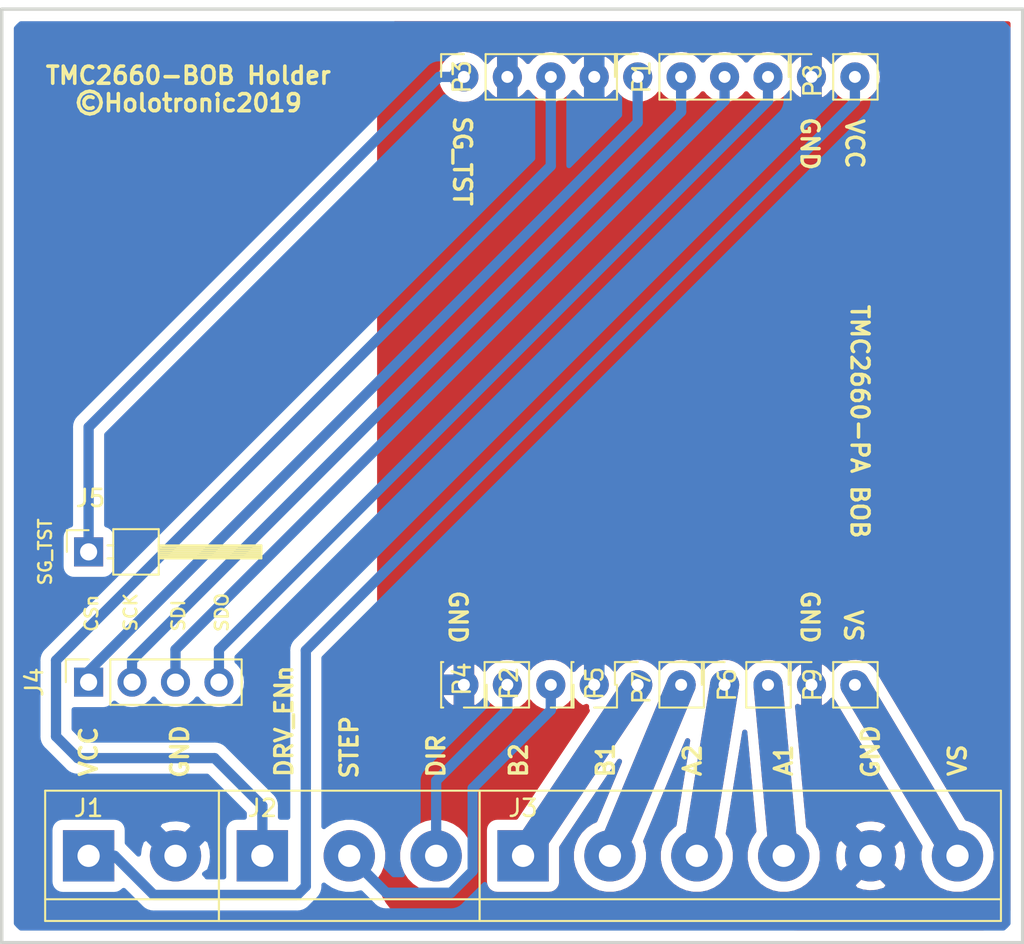
<source format=kicad_pcb>
(kicad_pcb (version 20171130) (host pcbnew 5.1.2-f72e74a~84~ubuntu18.04.1)
  (layers (0 F.Cu signal) (31 B.Cu signal) (34 B.Paste user) (35 F.Paste user) (36 B.SilkS user) (37 F.SilkS user) (38 B.Mask user) (39 F.Mask user) (44 Edge.Cuts user))
  (net 0 "")
  (net 1 GND)
  (net 2 /VCC)
  (net 3 /DIR)
  (net 4 /STEP)
  (net 5 /VS)
  (net 6 /A1)
  (net 7 /B2)
  (net 8 /A2)
  (net 9 /B1)
  (net 10 /SDO)
  (net 11 /SDI)
  (net 12 /SCK)
  (net 13 /CSn)
  (net 14 /DRV_ENn)
  (net 15 /SG_TST)
  (module Connector_PinHeader_2.54mm:PinHeader_1x01_P2.54mm_Horizontal (layer F.Cu) (at 27.853199 49.087741)
    (fp_text reference J5 (at 0.11 -3.14) (layer F.SilkS))
    (fp_text value Conn_01x01 hide)
    (fp_line (start 1.44 -1.33) (end 1.44 1.33) (layer F.SilkS) (width 0.12))
    (fp_line (start 1.44 1.33) (end 4.1 1.33) (layer F.SilkS) (width 0.12))
    (fp_line (start 4.1 1.33) (end 4.1 -1.33) (layer F.SilkS) (width 0.12))
    (fp_line (start 4.1 -1.33) (end 1.44 -1.33) (layer F.SilkS) (width 0.12))
    (fp_line (start 4.1 -0.38) (end 10.1 -0.38) (layer F.SilkS) (width 0.12))
    (fp_line (start 10.1 -0.38) (end 10.1 0.38) (layer F.SilkS) (width 0.12))
    (fp_line (start 10.1 0.38) (end 4.1 0.38) (layer F.SilkS) (width 0.12))
    (fp_line (start 4.1 -0.32) (end 10.1 -0.32) (layer F.SilkS) (width 0.12))
    (fp_line (start 4.1 -0.2) (end 10.1 -0.2) (layer F.SilkS) (width 0.12))
    (fp_line (start 4.1 -0.08) (end 10.1 -0.08) (layer F.SilkS) (width 0.12))
    (fp_line (start 4.1 0.04) (end 10.1 0.04) (layer F.SilkS) (width 0.12))
    (fp_line (start 4.1 0.16) (end 10.1 0.16) (layer F.SilkS) (width 0.12))
    (fp_line (start 4.1 0.28) (end 10.1 0.28) (layer F.SilkS) (width 0.12))
    (fp_line (start 1.11 -0.38) (end 1.44 -0.38) (layer F.SilkS) (width 0.12))
    (fp_line (start 1.11 0.38) (end 1.44 0.38) (layer F.SilkS) (width 0.12))
    (fp_line (start -1.27 0) (end -1.27 -1.27) (layer F.SilkS) (width 0.12))
    (fp_line (start -1.27 -1.27) (end 0 -1.27) (layer F.SilkS) (width 0.12))
    (pad 1 thru_hole rect (at 0 0) (size 1.7 1.7) (drill 1) (layers *.Cu *.Mask) (net 15 /SG_TST))
  )
  (module Connector_PinSocket_2.54mm:PinSocket_1x04_P2.54mm_Vertical_Shrouded-4_Wall_Latch_Holder (layer F.Cu) (at 27.853199 56.707741 90)
    (fp_text reference J4 (at 0 -3.175 90) (layer F.SilkS))
    (fp_text value Conn_01x04 hide)
    (fp_line (start -1.33 1.27) (end 1.33 1.27) (layer F.SilkS) (width 0.12))
    (fp_line (start -1.33 1.27) (end -1.33 8.95) (layer F.SilkS) (width 0.12))
    (fp_line (start -1.33 8.95) (end 1.33 8.95) (layer F.SilkS) (width 0.12))
    (fp_line (start 1.33 1.27) (end 1.33 8.95) (layer F.SilkS) (width 0.12))
    (fp_line (start 1.33 -1.33) (end 1.33 0) (layer F.SilkS) (width 0.12))
    (fp_line (start 0 -1.33) (end 1.33 -1.33) (layer F.SilkS) (width 0.12))
    (pad 1 thru_hole rect (at 0 0 90) (size 1.7 1.7) (drill 1) (layers *.Cu *.Mask) (net 13 /CSn))
    (pad 2 thru_hole oval (at 0 2.54 90) (size 1.7 1.7) (drill 1) (layers *.Cu *.Mask) (net 12 /SCK))
    (pad 3 thru_hole oval (at 0 5.08 90) (size 1.7 1.7) (drill 1) (layers *.Cu *.Mask) (net 11 /SDI))
    (pad 4 thru_hole oval (at 0 7.62 90) (size 1.7 1.7) (drill 1) (layers *.Cu *.Mask) (net 10 /SDO))
  )
  (module TerminalBlock:TerminalBlock_bornier-6_P5.08mm (layer F.Cu) (at 53.25308 66.86774)
    (fp_text reference J3 (at 0 -2.794) (layer F.SilkS))
    (fp_text value Conn_01x06_Male)
    (fp_line (start -2.54 -3.81) (end -2.54 3.81) (layer F.SilkS) (width 0.12))
    (fp_line (start 27.94 3.81) (end 27.94 -3.81) (layer F.SilkS) (width 0.12))
    (fp_line (start -2.54 2.54) (end 27.94 2.54) (layer F.SilkS) (width 0.12))
    (fp_line (start -2.54 -3.81) (end 27.94 -3.81) (layer F.SilkS) (width 0.12))
    (fp_line (start -2.54 3.81) (end 27.94 3.81) (layer F.SilkS) (width 0.12))
    (pad 2 thru_hole circle (at 5.08 0) (size 3 3) (drill 1.3) (layers *.Cu *.Mask) (net 9 /B1))
    (pad 3 thru_hole circle (at 10.16 0) (size 3 3) (drill 1.3) (layers *.Cu *.Mask) (net 8 /A2))
    (pad 1 thru_hole rect (at 0 0) (size 3 3) (drill 1.3) (layers *.Cu *.Mask) (net 7 /B2))
    (pad 4 thru_hole circle (at 15.24 0) (size 3 3) (drill 1.3) (layers *.Cu *.Mask) (net 6 /A1))
    (pad 5 thru_hole circle (at 20.32 0) (size 3 3) (drill 1.3) (layers *.Cu *.Mask) (net 1 GND))
    (pad 6 thru_hole circle (at 25.4 0) (size 3 3) (drill 1.3) (layers *.Cu *.Mask) (net 5 /VS))
  )
  (module TerminalBlock:TerminalBlock_bornier-3_P5.08mm (layer F.Cu) (at 38.01318 66.86774)
    (fp_text reference J2 (at 0 -2.794) (layer F.SilkS))
    (fp_text value Conn_01x03_Male hide)
    (fp_line (start -2.54 3.81) (end -2.54 -3.81) (layer F.SilkS) (width 0.12))
    (fp_line (start 12.7 3.81) (end 12.7 -3.81) (layer F.SilkS) (width 0.12))
    (fp_line (start -2.54 2.54) (end 12.7 2.54) (layer F.SilkS) (width 0.12))
    (fp_line (start -2.54 -3.81) (end 12.7 -3.81) (layer F.SilkS) (width 0.12))
    (fp_line (start -2.54 3.81) (end 12.7 3.81) (layer F.SilkS) (width 0.12))
    (pad 1 thru_hole rect (at 0 0) (size 3 3) (drill 1.3) (layers *.Cu *.Mask) (net 14 /DRV_ENn))
    (pad 2 thru_hole circle (at 5.08 0) (size 3 3) (drill 1.3) (layers *.Cu *.Mask) (net 4 /STEP))
    (pad 3 thru_hole circle (at 10.16 0) (size 3 3) (drill 1.3) (layers *.Cu *.Mask) (net 3 /DIR))
  )
  (module TerminalBlock:TerminalBlock_bornier-2_P5.08mm (layer F.Cu) (at 27.85318 66.86774)
    (fp_text reference J1 (at 0 -2.794) (layer F.SilkS))
    (fp_text value Conn_01x02_Male hide)
    (fp_line (start 7.62 2.54) (end -2.54 2.54) (layer F.SilkS) (width 0.12))
    (fp_line (start 7.62 3.81) (end 7.62 -3.81) (layer F.SilkS) (width 0.12))
    (fp_line (start 7.62 -3.81) (end -2.54 -3.81) (layer F.SilkS) (width 0.12))
    (fp_line (start -2.54 -3.81) (end -2.54 3.81) (layer F.SilkS) (width 0.12))
    (fp_line (start -2.54 3.81) (end 7.62 3.81) (layer F.SilkS) (width 0.12))
    (pad 1 thru_hole rect (at 0 0) (size 3 3) (drill 1.3) (layers *.Cu *.Mask) (net 2 /VCC))
    (pad 2 thru_hole circle (at 5.08 0) (size 3 3) (drill 1.3) (layers *.Cu *.Mask) (net 1 GND))
  )
  (module Connector_PinSocket_2.54mm:PinSocket_1x04_P2.54mm_Vertical (layer F.Cu) (at 59.95508 21.30314 90)
    (fp_text reference P1 (at 0 0.229219 90) (layer F.SilkS))
    (fp_text value Conn_01x04 hide)
    (fp_line (start 0 -1.33) (end 1.33 -1.33) (layer F.SilkS) (width 0.12))
    (fp_line (start 1.33 -1.33) (end 1.33 0) (layer F.SilkS) (width 0.12))
    (fp_line (start 1.33 1.27) (end 1.33 8.95) (layer F.SilkS) (width 0.12))
    (fp_line (start -1.33 8.95) (end 1.33 8.95) (layer F.SilkS) (width 0.12))
    (fp_line (start -1.33 1.27) (end -1.33 8.95) (layer F.SilkS) (width 0.12))
    (fp_line (start -1.33 1.27) (end 1.33 1.27) (layer F.SilkS) (width 0.12))
    (pad 4 thru_hole oval (at 0 7.62 90) (size 1.7 1.7) (drill 0.7) (layers *.Cu *.Mask) (net 10 /SDO))
    (pad 3 thru_hole oval (at 0 5.08 90) (size 1.7 1.7) (drill 0.7) (layers *.Cu *.Mask) (net 11 /SDI))
    (pad 2 thru_hole oval (at 0 2.54 90) (size 1.7 1.7) (drill 0.7) (layers *.Cu *.Mask) (net 12 /SCK))
    (pad 1 thru_hole oval (at 0 0 90) (size 1.7 1.7) (drill 0.7) (layers *.Cu *.Mask) (net 13 /CSn))
  )
  (module Connector_PinSocket_2.54mm:PinSocket_1x02_P2.54mm_Vertical (layer F.Cu) (at 54.87508 56.86274 270)
    (fp_text reference P2 (at -0.087579 2.440781 270) (layer F.SilkS))
    (fp_text value Conn_01x02 hide)
    (fp_line (start 0 -1.33) (end 1.33 -1.33) (layer F.SilkS) (width 0.12))
    (fp_line (start 1.33 -1.33) (end 1.33 0) (layer F.SilkS) (width 0.12))
    (fp_line (start 1.33 1.27) (end 1.33 3.87) (layer F.SilkS) (width 0.12))
    (fp_line (start -1.33 3.87) (end 1.33 3.87) (layer F.SilkS) (width 0.12))
    (fp_line (start -1.33 1.27) (end -1.33 3.87) (layer F.SilkS) (width 0.12))
    (fp_line (start -1.33 1.27) (end 1.33 1.27) (layer F.SilkS) (width 0.12))
    (pad 2 thru_hole oval (at 0 2.54 270) (size 1.7 1.7) (drill 0.7) (layers *.Cu *.Mask) (net 3 /DIR))
    (pad 1 thru_hole oval (at 0 0 270) (size 1.7 1.7) (drill 0.7) (layers *.Cu *.Mask) (net 4 /STEP))
  )
  (module Connector_PinSocket_2.54mm:PinSocket_1x04_P2.54mm_Vertical (layer F.Cu) (at 49.79508 21.30314 90)
    (fp_text reference P3 (at 0 -0.110781 90) (layer F.SilkS))
    (fp_text value Conn_01x04 hide)
    (fp_line (start -1.33 1.27) (end 1.33 1.27) (layer F.SilkS) (width 0.12))
    (fp_line (start -1.33 1.27) (end -1.33 8.95) (layer F.SilkS) (width 0.12))
    (fp_line (start -1.33 8.95) (end 1.33 8.95) (layer F.SilkS) (width 0.12))
    (fp_line (start 1.33 1.27) (end 1.33 8.95) (layer F.SilkS) (width 0.12))
    (fp_line (start 1.33 -1.33) (end 1.33 0) (layer F.SilkS) (width 0.12))
    (fp_line (start 0 -1.33) (end 1.33 -1.33) (layer F.SilkS) (width 0.12))
    (pad 1 thru_hole oval (at 0 0 90) (size 1.7 1.7) (drill 0.7) (layers *.Cu *.Mask) (net 15 /SG_TST))
    (pad 2 thru_hole oval (at 0 2.54 90) (size 1.7 1.7) (drill 0.7) (layers *.Cu *.Mask) (net 1 GND))
    (pad 3 thru_hole oval (at 0 5.08 90) (size 1.7 1.7) (drill 0.7) (layers *.Cu *.Mask) (net 14 /DRV_ENn))
    (pad 4 thru_hole oval (at 0 7.62 90) (size 1.7 1.7) (drill 0.7) (layers *.Cu *.Mask) (net 1 GND))
  )
  (module Connector_PinSocket_2.54mm:PinSocket_1x01_P2.54mm_Vertical (layer F.Cu) (at 49.79508 56.86274 270)
    (fp_text reference P4 (at -0.337579 0.110781 270) (layer F.SilkS))
    (fp_text value Conn_01x01 hide)
    (fp_line (start 0 -1.33) (end 1.33 -1.33) (layer F.SilkS) (width 0.12))
    (fp_line (start 1.33 -1.33) (end 1.33 0) (layer F.SilkS) (width 0.12))
    (fp_line (start 1.33 1.21) (end 1.33 1.33) (layer F.SilkS) (width 0.12))
    (fp_line (start -1.33 1.21) (end -1.33 1.33) (layer F.SilkS) (width 0.12))
    (fp_line (start -1.33 1.33) (end 1.33 1.33) (layer F.SilkS) (width 0.12))
    (pad 1 thru_hole oval (at 0 0 270) (size 1.7 1.7) (drill 0.7) (layers *.Cu *.Mask) (net 1 GND))
  )
  (module Connector_PinSocket_2.54mm:PinSocket_1x01_P2.54mm_Vertical (layer F.Cu) (at 57.41508 56.86274 270)
    (fp_text reference P5 (at -0.087579 -0.019219 270) (layer F.SilkS))
    (fp_text value Conn_01x01 hide)
    (fp_line (start -1.33 1.33) (end 1.33 1.33) (layer F.SilkS) (width 0.12))
    (fp_line (start -1.33 1.21) (end -1.33 1.33) (layer F.SilkS) (width 0.12))
    (fp_line (start 1.33 1.21) (end 1.33 1.33) (layer F.SilkS) (width 0.12))
    (fp_line (start 1.33 -1.33) (end 1.33 0) (layer F.SilkS) (width 0.12))
    (fp_line (start 0 -1.33) (end 1.33 -1.33) (layer F.SilkS) (width 0.12))
    (pad 1 thru_hole oval (at 0 0 270) (size 1.7 1.7) (drill 0.7) (layers *.Cu *.Mask) (net 1 GND))
  )
  (module Connector_PinSocket_2.54mm:PinSocket_1x02_P2.54mm_Vertical (layer F.Cu) (at 65.03508 56.86274 90)
    (fp_text reference P6 (at 0 0.149219 90) (layer F.SilkS))
    (fp_text value Conn_01x02 hide)
    (fp_line (start -1.33 1.27) (end 1.33 1.27) (layer F.SilkS) (width 0.12))
    (fp_line (start -1.33 1.27) (end -1.33 3.87) (layer F.SilkS) (width 0.12))
    (fp_line (start -1.33 3.87) (end 1.33 3.87) (layer F.SilkS) (width 0.12))
    (fp_line (start 1.33 1.27) (end 1.33 3.87) (layer F.SilkS) (width 0.12))
    (fp_line (start 1.33 -1.33) (end 1.33 0) (layer F.SilkS) (width 0.12))
    (fp_line (start 0 -1.33) (end 1.33 -1.33) (layer F.SilkS) (width 0.12))
    (pad 1 thru_hole oval (at 0 0 90) (size 1.7 1.7) (drill 0.7) (layers *.Cu *.Mask) (net 8 /A2))
    (pad 2 thru_hole oval (at 0 2.54 90) (size 1.7 1.7) (drill 0.7) (layers *.Cu *.Mask) (net 6 /A1))
  )
  (module Connector_PinSocket_2.54mm:PinSocket_1x02_P2.54mm_Vertical (layer F.Cu) (at 59.95508 56.86274 90)
    (fp_text reference P7 (at -0.162421 0.229219 90) (layer F.SilkS))
    (fp_text value Conn_01x02 hide)
    (fp_line (start 0 -1.33) (end 1.33 -1.33) (layer F.SilkS) (width 0.12))
    (fp_line (start 1.33 -1.33) (end 1.33 0) (layer F.SilkS) (width 0.12))
    (fp_line (start 1.33 1.27) (end 1.33 3.87) (layer F.SilkS) (width 0.12))
    (fp_line (start -1.33 3.87) (end 1.33 3.87) (layer F.SilkS) (width 0.12))
    (fp_line (start -1.33 1.27) (end -1.33 3.87) (layer F.SilkS) (width 0.12))
    (fp_line (start -1.33 1.27) (end 1.33 1.27) (layer F.SilkS) (width 0.12))
    (pad 2 thru_hole oval (at 0 2.54 90) (size 1.7 1.7) (drill 0.7) (layers *.Cu *.Mask) (net 9 /B1))
    (pad 1 thru_hole oval (at 0 0 90) (size 1.7 1.7) (drill 0.7) (layers *.Cu *.Mask) (net 7 /B2))
  )
  (module Connector_PinSocket_2.54mm:PinSocket_1x02_P2.54mm_Vertical (layer F.Cu) (at 70.11508 21.30314 90)
    (fp_text reference P8 (at -0.222021 0.069219 90) (layer F.SilkS))
    (fp_text value Conn_01x02 hide)
    (fp_line (start 0 -1.33) (end 1.33 -1.33) (layer F.SilkS) (width 0.12))
    (fp_line (start 1.33 -1.33) (end 1.33 0) (layer F.SilkS) (width 0.12))
    (fp_line (start 1.33 1.27) (end 1.33 3.87) (layer F.SilkS) (width 0.12))
    (fp_line (start -1.33 3.87) (end 1.33 3.87) (layer F.SilkS) (width 0.12))
    (fp_line (start -1.33 1.27) (end -1.33 3.87) (layer F.SilkS) (width 0.12))
    (fp_line (start -1.33 1.27) (end 1.33 1.27) (layer F.SilkS) (width 0.12))
    (pad 2 thru_hole oval (at 0 2.54 90) (size 1.7 1.7) (drill 0.7) (layers *.Cu *.Mask) (net 2 /VCC))
    (pad 1 thru_hole oval (at 0 0 90) (size 1.7 1.7) (drill 0.7) (layers *.Cu *.Mask) (net 1 GND))
  )
  (module Connector_PinSocket_2.54mm:PinSocket_1x02_P2.54mm_Vertical (layer F.Cu) (at 70.11508 56.86274 90)
    (fp_text reference P9 (at 0 0.069219 90) (layer F.SilkS))
    (fp_text value Conn_01x02 hide)
    (fp_line (start -1.33 1.27) (end 1.33 1.27) (layer F.SilkS) (width 0.12))
    (fp_line (start -1.33 1.27) (end -1.33 3.87) (layer F.SilkS) (width 0.12))
    (fp_line (start -1.33 3.87) (end 1.33 3.87) (layer F.SilkS) (width 0.12))
    (fp_line (start 1.33 1.27) (end 1.33 3.87) (layer F.SilkS) (width 0.12))
    (fp_line (start 1.33 -1.33) (end 1.33 0) (layer F.SilkS) (width 0.12))
    (fp_line (start 0 -1.33) (end 1.33 -1.33) (layer F.SilkS) (width 0.12))
    (pad 1 thru_hole oval (at 0 0 90) (size 1.7 1.7) (drill 0.7) (layers *.Cu *.Mask) (net 1 GND))
    (pad 2 thru_hole oval (at 0 2.54 90) (size 1.7 1.7) (drill 0.7) (layers *.Cu *.Mask) (net 5 /VS))
  )
  (gr_text "SG_TST\n" (at 25.313199 49.087741 90) (layer F.SilkS) (effects (font (size 0.75 0.75) (thickness 0.14))))
  (gr_text "TMC2660-BOB Holder\n©Holotronic2019" (at 33.684299 22.025161) (layer F.SilkS) (effects (font (size 1 1) (thickness 0.21))))
  (gr_text GND (at 49.443199 52.897741 270) (layer F.SilkS) (effects (font (size 1 1) (thickness 0.2))))
  (gr_text GND (at 70.017199 52.897741 270) (layer F.SilkS) (effects (font (size 1 1) (thickness 0.2))))
  (gr_text VS (at 72.557199 53.405741 270) (layer F.SilkS) (effects (font (size 1 1) (thickness 0.2))))
  (gr_text "SG_TST\n" (at 49.697199 26.227741 270) (layer F.SilkS) (effects (font (size 1 1) (thickness 0.2))))
  (gr_text "GND\n" (at 70.017199 25.211741 270) (layer F.SilkS) (effects (font (size 1 1) (thickness 0.2))))
  (gr_text VCC (at 72.633036 25.213709 270) (layer F.SilkS) (effects (font (size 1 1) (thickness 0.2))))
  (gr_text "TMC2660-PA BOB" (at 72.938199 41.467741 270) (layer F.SilkS) (effects (font (size 1 1) (thickness 0.2))))
  (gr_text VS (at 78.653199 61.279741 90) (layer F.SilkS) (effects (font (size 1 1) (thickness 0.2))))
  (gr_text GND (at 73.573199 60.771741 90) (layer F.SilkS) (effects (font (size 1 1) (thickness 0.2))))
  (gr_text A1 (at 68.493199 61.279741 90) (layer F.SilkS) (effects (font (size 1 1) (thickness 0.2))))
  (gr_text A2 (at 63.159199 61.279741 90) (layer F.SilkS) (effects (font (size 1 1) (thickness 0.2))))
  (gr_text B1 (at 58.079199 61.279741 90) (layer F.SilkS) (effects (font (size 1 1) (thickness 0.2))))
  (gr_text B2 (at 52.999199 61.279741 90) (layer F.SilkS) (effects (font (size 1 1) (thickness 0.2))))
  (gr_text DIR (at 48.173199 61.025741 90) (layer F.SilkS) (effects (font (size 1 1) (thickness 0.2))))
  (gr_text STEP (at 43.093199 60.517741 90) (layer F.SilkS) (effects (font (size 1 1) (thickness 0.2))))
  (gr_text DRV_ENn (at 39.283199 58.993741 90) (layer F.SilkS) (effects (font (size 1 1) (thickness 0.2))))
  (gr_text GND (at 33.187199 60.771741 90) (layer F.SilkS) (effects (font (size 1 1) (thickness 0.2))))
  (gr_text VCC (at 27.853199 60.771741 90) (layer F.SilkS) (effects (font (size 1 1) (thickness 0.2))))
  (gr_text SDO (at 35.641514 52.630212 90) (layer F.SilkS) (effects (font (size 0.75 0.75) (thickness 0.14))))
  (gr_text SDI (at 33.101514 52.814212 90) (layer F.SilkS) (effects (font (size 0.75 0.75) (thickness 0.14))))
  (gr_text SCK (at 30.307514 52.620212 90) (layer F.SilkS) (effects (font (size 0.75 0.75) (thickness 0.14))))
  (gr_text CSn (at 28.021514 52.680212 90) (layer F.SilkS) (effects (font (size 0.75 0.75) (thickness 0.14))))
  (gr_line (start 22.773199 17.337741) (end 22.773199 71.947741) (layer Edge.Cuts) (width 0.2))
  (gr_line (start 82.463199 17.337741) (end 22.773199 17.337741) (layer Edge.Cuts) (width 0.2))
  (gr_line (start 82.463199 71.947741) (end 82.463199 17.337741) (layer Edge.Cuts) (width 0.2))
  (gr_line (start 22.773199 71.947741) (end 82.463199 71.947741) (layer Edge.Cuts) (width 0.2))
  (segment (start 29.377198 66.86774) (end 27.85318 66.86774) (width 0.6) (layer B.Cu) (net 2))
  (segment (start 72.65508 22.75344) (end 40.553199 54.855321) (width 0.6) (layer B.Cu) (net 2))
  (segment (start 31.663199 69.153741) (end 29.377198 66.86774) (width 0.6) (layer B.Cu) (net 2))
  (segment (start 72.65508 21.30314) (end 72.65508 22.75344) (width 0.6) (layer B.Cu) (net 2))
  (segment (start 40.553199 54.855321) (end 40.553199 68.645741) (width 0.6) (layer B.Cu) (net 2))
  (segment (start 40.553199 68.645741) (end 40.045199 69.153741) (width 0.6) (layer B.Cu) (net 2))
  (segment (start 40.045199 69.153741) (end 31.663199 69.153741) (width 0.6) (layer B.Cu) (net 2))
  (segment (start 52.33508 56.86274) (end 52.33508 58.31304) (width 0.6) (layer B.Cu) (net 3))
  (segment (start 52.33508 58.31304) (end 48.17318 62.47494) (width 0.6) (layer B.Cu) (net 3))
  (segment (start 48.17318 62.47494) (end 48.17318 66.86774) (width 0.6) (layer B.Cu) (net 3))
  (segment (start 54.87508 56.86274) (end 54.87508 58.34494) (width 0.6) (layer B.Cu) (net 4))
  (segment (start 54.87508 58.34494) (end 50.30918 62.91084) (width 0.6) (layer B.Cu) (net 4))
  (segment (start 50.30918 62.91084) (end 50.30918 67.75524) (width 0.6) (layer B.Cu) (net 4))
  (segment (start 50.30918 67.75524) (end 49.03608 69.02834) (width 0.6) (layer B.Cu) (net 4))
  (segment (start 49.03608 69.02834) (end 45.25378 69.02834) (width 0.6) (layer B.Cu) (net 4))
  (segment (start 45.25378 69.02834) (end 43.09318 66.86774) (width 0.6) (layer B.Cu) (net 4))
  (segment (start 72.65508 56.86274) (end 78.65308 66.86774) (width 1.7) (layer B.Cu) (net 5))
  (segment (start 72.65508 56.86274) (end 78.65308 66.86774) (width 1.7) (layer F.Cu) (net 5))
  (segment (start 67.57508 56.86274) (end 68.49308 66.86774) (width 1.7) (layer B.Cu) (net 6))
  (segment (start 67.57508 56.86274) (end 68.49308 66.86774) (width 1.7) (layer F.Cu) (net 6))
  (segment (start 59.95508 56.86274) (end 53.25308 66.86774) (width 1.7) (layer B.Cu) (net 7))
  (segment (start 59.95508 56.86274) (end 53.25308 66.86774) (width 1.7) (layer F.Cu) (net 7))
  (segment (start 65.03508 56.86274) (end 63.41308 66.86774) (width 1.7) (layer B.Cu) (net 8))
  (segment (start 65.03508 56.86274) (end 63.41308 66.86774) (width 1.7) (layer F.Cu) (net 8))
  (segment (start 62.49508 56.86274) (end 58.33308 66.86774) (width 1.7) (layer B.Cu) (net 9))
  (segment (start 62.49508 56.86274) (end 58.33308 66.86774) (width 1.7) (layer F.Cu) (net 9))
  (segment (start 67.57508 22.70086) (end 67.57508 21.30314) (width 0.6) (layer B.Cu) (net 10))
  (segment (start 35.473199 56.707741) (end 35.473199 54.802741) (width 0.6) (layer B.Cu) (net 10))
  (segment (start 35.473199 54.802741) (end 67.57508 22.70086) (width 0.6) (layer B.Cu) (net 10))
  (segment (start 65.03508 22.70086) (end 65.03508 21.30314) (width 0.6) (layer B.Cu) (net 11))
  (segment (start 32.933199 56.707741) (end 32.933199 54.802741) (width 0.6) (layer B.Cu) (net 11))
  (segment (start 32.933199 54.802741) (end 65.03508 22.70086) (width 0.6) (layer B.Cu) (net 11))
  (segment (start 62.49508 23.33586) (end 62.49508 21.30314) (width 0.6) (layer B.Cu) (net 12))
  (segment (start 30.393199 56.707741) (end 30.393199 55.437741) (width 0.6) (layer B.Cu) (net 12))
  (segment (start 30.393199 55.437741) (end 62.49508 23.33586) (width 0.6) (layer B.Cu) (net 12))
  (segment (start 27.853199 56.707741) (end 27.853199 56.072741) (width 0.6) (layer B.Cu) (net 13))
  (segment (start 59.95508 23.97086) (end 59.95508 21.30314) (width 0.6) (layer B.Cu) (net 13))
  (segment (start 27.853199 56.072741) (end 59.95508 23.97086) (width 0.6) (layer B.Cu) (net 13))
  (segment (start 54.87508 26.51086) (end 54.87508 21.30314) (width 0.6) (layer B.Cu) (net 14))
  (segment (start 38.01318 63.946722) (end 35.219199 61.152741) (width 0.6) (layer B.Cu) (net 14))
  (segment (start 38.01318 66.86774) (end 38.01318 63.946722) (width 0.6) (layer B.Cu) (net 14))
  (segment (start 25.948199 55.437741) (end 54.87508 26.51086) (width 0.6) (layer B.Cu) (net 14))
  (segment (start 35.219199 61.152741) (end 27.218199 61.152741) (width 0.6) (layer B.Cu) (net 14))
  (segment (start 27.218199 61.152741) (end 25.948199 59.882741) (width 0.6) (layer B.Cu) (net 14))
  (segment (start 25.948199 59.882741) (end 25.948199 55.437741) (width 0.6) (layer B.Cu) (net 14))
  (segment (start 48.34478 21.30314) (end 49.79508 21.30314) (width 0.6) (layer B.Cu) (net 15))
  (segment (start 27.853199 49.087741) (end 27.853199 41.794721) (width 0.6) (layer B.Cu) (net 15))
  (segment (start 27.853199 41.794721) (end 48.34478 21.30314) (width 0.6) (layer B.Cu) (net 15))
  (zone (net 1) (net_name GND) (layer B.Cu) (connect_pads (clearance 0.608)) (min_thickness 0.3) (fill yes (mode segment) (arc_segments 32) (thermal_gap 0.508) (thermal_bridge_width 1.2) (smoothing fillet) (radius 3))
    (polygon (pts (xy 22.773199 17.337741) (xy 22.773199 71.947741) (xy 82.463199 71.947741) (xy 82.463199 17.337741)))
  )
  (zone (net 1) (net_name GND) (layer F.Cu) (connect_pads (clearance 0.608)) (min_thickness 0.3) (fill yes (mode segment) (arc_segments 32) (thermal_gap 0.508) (thermal_bridge_width 1.2) (smoothing fillet) (radius 3))
    (polygon (pts (xy 44.720119 17.313001) (xy 44.720119 70.907001) (xy 82.312119 71.415001) (xy 82.312119 16.805001)))
  )
)
</source>
